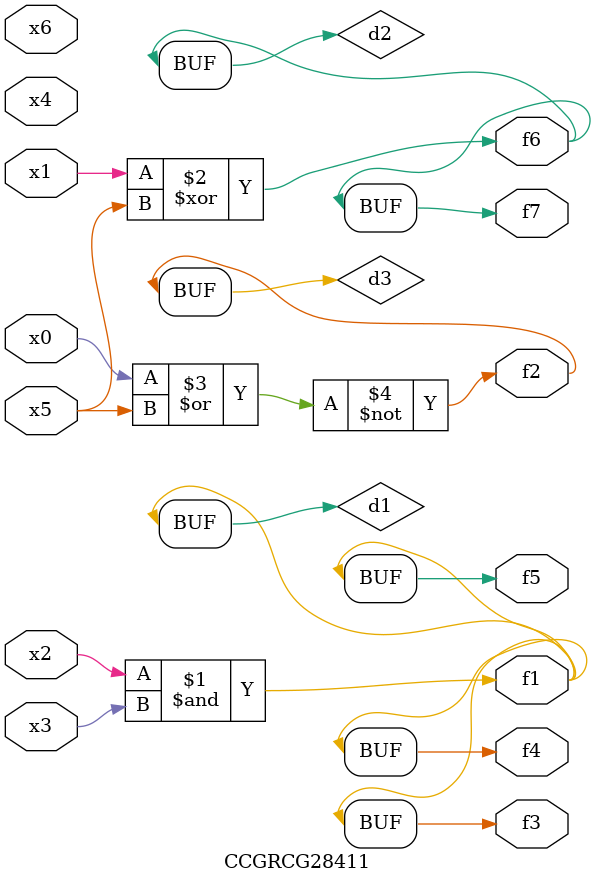
<source format=v>
module CCGRCG28411(
	input x0, x1, x2, x3, x4, x5, x6,
	output f1, f2, f3, f4, f5, f6, f7
);

	wire d1, d2, d3;

	and (d1, x2, x3);
	xor (d2, x1, x5);
	nor (d3, x0, x5);
	assign f1 = d1;
	assign f2 = d3;
	assign f3 = d1;
	assign f4 = d1;
	assign f5 = d1;
	assign f6 = d2;
	assign f7 = d2;
endmodule

</source>
